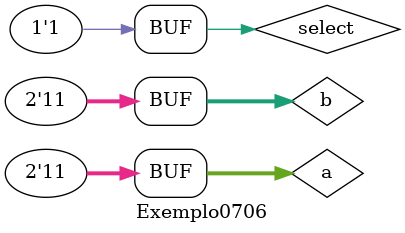
<source format=v>
/*
Arquitetura de Computadores I - Pucminas
Pedro Henrique Lima Carvalho
Matricula: 651230
Turno: Tarde
Guia 07
Exemplo0706
*/
module mux (output out_s, input in_0, in_1, select);

//wires
wire not_select;
wire on_0, on_1;


//portas
not NOT1 (not_select, select);
and AND1 (on_0, in_0, not_select);
and AND2 (on_1, in_1, select);

or OR1 (out_s, on_1, on_0);

endmodule

module iguais (output out_s, input in_a0, in_a1, in_b0, in_b1);
//wires
wire out_xnor1, out_xnor2;

xnor XNOR1 (out_xnor1, in_a0, in_b0);
xnor XNOR2 (out_xnor2, in_a1, in_b1);
and AND1 (out_s, out_xnor1, out_xnor2);
endmodule

module diferentes (output out_s, input in_a0, in_a1, in_b0, in_b1);
//wires
wire out_xor1, out_xor2;

xor XOR1 (out_xor1, in_a0, in_b0);
xor XOR2 (out_xor2, in_a1, in_b1);
or OR1 (out_s, out_xor1, out_xor2);
endmodule


module Exemplo0706;

//definicoes

reg[1:0] a, b;
reg select;
wire iguais_out, diferentes_out, s;

iguais IGUAIS1 (iguais_out, a[0], a[1], b[0], b[1]);
diferentes DIFERENTES1 (diferentes_out, a[0], a[1], b[0], b[1]);

mux MUX (s, iguais_out, diferentes_out, select);


initial
begin: main
$display("Exemplo_0706");
$display("Pedro Henrique Lima Carvalho 651230");
$display(" a   b   select    S");

a=0; b=0; select=0;

//monitor
#1 $monitor(" %b  %b     %b      %b ", a, b, select, s);

#1 a=0; b=1; select=0;
#1 a=0; b=2; select=0;
#1 a=0; b=3; select=0;
#1 a=1; b=0; select=0;
#1 a=1; b=1; select=0;
#1 a=1; b=2; select=0;
#1 a=1; b=3; select=0;
#1 a=2; b=0; select=0;
#1 a=2; b=1; select=0;
#1 a=2; b=2; select=0;
#1 a=2; b=3; select=0;
#1 a=3; b=0; select=0;
#1 a=3; b=1; select=0;
#1 a=3; b=2; select=0;
#1 a=3; b=3; select=0;

#1 a=0; b=0; select=1;$display("");
#1 a=0; b=1; select=1;
#1 a=0; b=2; select=1;
#1 a=0; b=3; select=1;
#1 a=1; b=0; select=1;
#1 a=1; b=1; select=1;
#1 a=1; b=2; select=1;
#1 a=1; b=3; select=1;
#1 a=2; b=0; select=1;
#1 a=2; b=1; select=1;
#1 a=2; b=2; select=1;
#1 a=2; b=3; select=1;
#1 a=3; b=0; select=1;
#1 a=3; b=1; select=1;
#1 a=3; b=2; select=1;
#1 a=3; b=3; select=1;


end
endmodule

</source>
